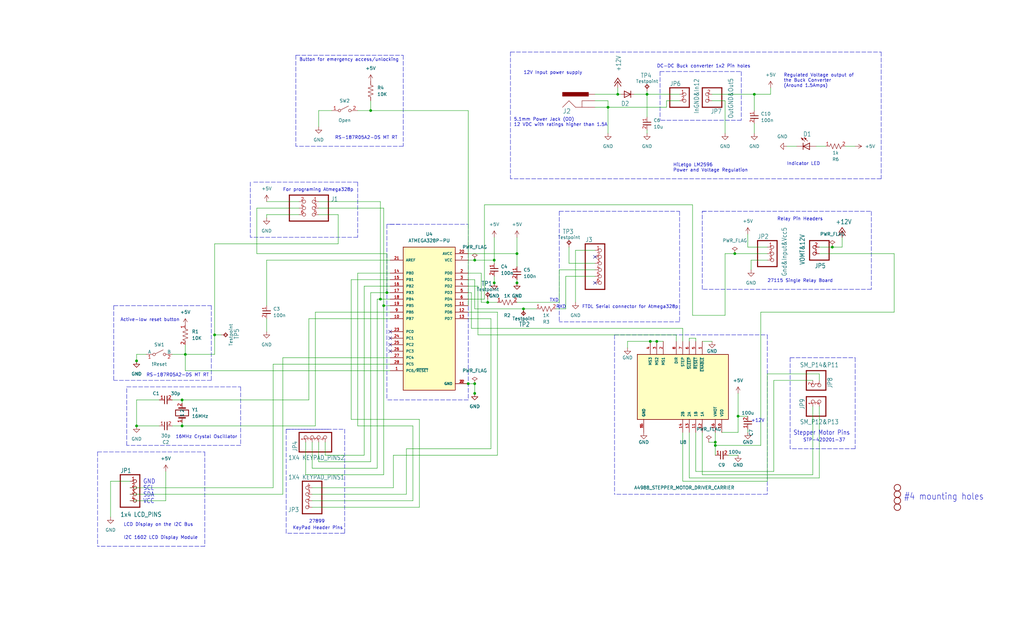
<source format=kicad_sch>
(kicad_sch (version 20211123) (generator eeschema)
  (paper "User" 399.999 250.012)
  (title_block (title "Door Lock Schematic") (date "2022-11-16") (rev "2.3.1") (company "ECE 411 Team 5 Practicum"))
  (lib_symbols
    (symbol "A4988_STEPPER_MOTOR_DRIVER_CARRIER:A4988_STEPPER_MOTOR_DRIVER_CARRIER" (pin_names (offset 1.016))
      (property "Reference" "U" (at -12.7 19.05 0))
      (property "Value" "A4988_STEPPER_MOTOR_DRIVER_CARRIER" (at -12.7 -21.59 0))
      (symbol "A4988_STEPPER_MOTOR_DRIVER_CARRIER_0_0"
        (pin input line (at -17.78 7.62 0) (length 5.08) (name "~{ENABLE}") (number "1"))
        (pin power_in line (at 17.78 15.24 180) (length 5.08) (name "VDD") (number "10"))
        (pin output line (at 17.78 5.08 180) (length 5.08) (name "1B") (number "11"))
        (pin output line (at 17.78 7.62 180) (length 5.08) (name "1A") (number "12"))
        (pin output line (at 17.78 2.54 180) (length 5.08) (name "2A") (number "13"))
        (pin output line (at 17.78 0 180) (length 5.08) (name "2B") (number "14"))
        (pin power_in line (at 17.78 -15.24 180) (length 5.08) (name "GND") (number "15"))
        (pin power_in line (at 17.78 12.7 180) (length 5.08) (name "VMOT") (number "16"))
        (pin input line (at -17.78 -7.62 0) (length 5.08) (name "MS1") (number "2"))
        (pin input line (at -17.78 -10.16 0) (length 5.08) (name "MS2") (number "3"))
        (pin input line (at -17.78 -12.7 0) (length 5.08) (name "MS3") (number "4"))
        (pin input line (at -17.78 5.08 0) (length 5.08) (name "~{RESET}") (number "5"))
        (pin input line (at -17.78 2.54 0) (length 5.08) (name "~{SLEEP}") (number "6"))
        (pin input line (at -17.78 0 0) (length 5.08) (name "STEP") (number "7"))
        (pin input line (at -17.78 -2.54 0) (length 5.08) (name "DIR") (number "8"))
        (pin power_in line (at 17.78 -15.24 180) (length 5.08) (name "GND") (number "9"))
      )
    )
    (symbol "ATMEGA328P-PU:ATMEGA328P-PU" (pin_names (offset 1.016))
      (property "Reference" "U" (at -10.16 28.9814 0))
      (property "Value" "ATMEGA328P-PU" (at -10.16 -31.5214 0))
      (symbol "ATMEGA328P-PU_0_0"
        (pin bidirectional line (at -15.24 -20.32 0) (length 5.08) (name "PC6/~{RESET}") (number "1"))
        (pin bidirectional line (at -15.24 0 0) (length 5.08) (name "PB7") (number "10"))
        (pin bidirectional line (at 15.24 5.08 180) (length 5.08) (name "PD5") (number "11"))
        (pin bidirectional line (at 15.24 2.54 180) (length 5.08) (name "PD6") (number "12"))
        (pin bidirectional line (at 15.24 0 180) (length 5.08) (name "PD7") (number "13"))
        (pin bidirectional line (at -15.24 17.78 0) (length 5.08) (name "PB0") (number "14"))
        (pin bidirectional line (at -15.24 15.24 0) (length 5.08) (name "PB1") (number "15"))
        (pin bidirectional line (at -15.24 12.7 0) (length 5.08) (name "PB2") (number "16"))
        (pin bidirectional line (at -15.24 10.16 0) (length 5.08) (name "PB3") (number "17"))
        (pin bidirectional line (at -15.24 7.62 0) (length 5.08) (name "PB4") (number "18"))
        (pin bidirectional line (at -15.24 5.08 0) (length 5.08) (name "PB5") (number "19"))
        (pin bidirectional line (at 15.24 17.78 180) (length 5.08) (name "PD0") (number "2"))
        (pin power_in line (at 15.24 25.4 180) (length 5.08) (name "AVCC") (number "20"))
        (pin input line (at -15.24 22.86 0) (length 5.08) (name "AREF") (number "21"))
        (pin power_in line (at 15.24 -25.4 180) (length 5.08) (name "GND") (number "22"))
        (pin bidirectional line (at -15.24 -5.08 0) (length 5.08) (name "PC0") (number "23"))
        (pin bidirectional line (at -15.24 -7.62 0) (length 5.08) (name "PC1") (number "24"))
        (pin bidirectional line (at -15.24 -10.16 0) (length 5.08) (name "PC2") (number "25"))
        (pin bidirectional line (at -15.24 -12.7 0) (length 5.08) (name "PC3") (number "26"))
        (pin bidirectional line (at -15.24 -15.24 0) (length 5.08) (name "PC4") (number "27"))
        (pin bidirectional line (at -15.24 -17.78 0) (length 5.08) (name "PC5") (number "28"))
        (pin bidirectional line (at 15.24 15.24 180) (length 5.08) (name "PD1") (number "3"))
        (pin bidirectional line (at 15.24 12.7 180) (length 5.08) (name "PD2") (number "4"))
        (pin bidirectional line (at 15.24 10.16 180) (length 5.08) (name "PD3") (number "5"))
        (pin bidirectional line (at 15.24 7.62 180) (length 5.08) (name "PD4") (number "6"))
        (pin power_in line (at 15.24 22.86 180) (length 5.08) (name "VCC") (number "7"))
        (pin power_in line (at 15.24 -25.4 180) (length 5.08) (name "GND") (number "8"))
        (pin bidirectional line (at -15.24 2.54 0) (length 5.08) (name "PB6") (number "9"))
      )
    )
    (symbol "C_Small_1" (pin_names (offset 0.254))
      (property "Reference" "C" (at 0.254 1.778 0))
      (property "Value" "C_Small_1" (at 0.254 -2.032 0))
      (symbol "C_Small_1_1_1"
        (pin passive line (at 0 2.54 270) (length 2.032) (name "~") (number "1"))
        (pin passive line (at 0 -2.54 90) (length 2.032) (name "~") (number "2"))
      )
    )
    (symbol "C_Small_2" (pin_names (offset 0.254))
      (property "Reference" "C" (at 0.254 1.778 0))
      (property "Value" "C_Small_2" (at 0.254 -2.032 0))
      (symbol "C_Small_2_1_1"
        (pin passive line (at 0 2.54 270) (length 2.032) (name "~") (number "1"))
        (pin passive line (at 0 -2.54 90) (length 2.032) (name "~") (number "2"))
      )
    )
    (symbol "C_Small_3" (pin_names (offset 0.254))
      (property "Reference" "C" (at 0.254 1.778 0))
      (property "Value" "C_Small_3" (at 0.254 -2.032 0))
      (symbol "C_Small_3_1_1"
        (pin passive line (at 0 2.54 270) (length 2.032) (name "~") (number "1"))
        (pin passive line (at 0 -2.54 90) (length 2.032) (name "~") (number "2"))
      )
    )
    (symbol "C_Small_4" (pin_names (offset 0.254))
      (property "Reference" "C" (at 0.254 1.778 0))
      (property "Value" "C_Small_4" (at 0.254 -2.032 0))
      (symbol "C_Small_4_1_1"
        (pin passive line (at 0 2.54 270) (length 2.032) (name "~") (number "1"))
        (pin passive line (at 0 -2.54 90) (length 2.032) (name "~") (number "2"))
      )
    )
    (symbol "C_Small_5" (pin_names (offset 0.254))
      (property "Reference" "C" (at 0.254 1.778 0))
      (property "Value" "C_Small_5" (at 0.254 -2.032 0))
      (symbol "C_Small_5_1_1"
        (pin passive line (at 0 2.54 270) (length 2.032) (name "~") (number "1"))
        (pin passive line (at 0 -2.54 90) (length 2.032) (name "~") (number "2"))
      )
    )
    (symbol "C_Small_6" (pin_names (offset 0.254))
      (property "Reference" "C" (at 0.254 1.778 0))
      (property "Value" "C_Small_6" (at 0.254 -2.032 0))
      (symbol "C_Small_6_1_1"
        (pin passive line (at 0 2.54 270) (length 2.032) (name "~") (number "1"))
        (pin passive line (at 0 -2.54 90) (length 2.032) (name "~") (number "2"))
      )
    )
    (symbol "C_Small_7" (pin_names (offset 0.254))
      (property "Reference" "C" (at 0.254 1.778 0))
      (property "Value" "C_Small_7" (at 0.254 -2.032 0))
      (symbol "C_Small_7_1_1"
        (pin passive line (at 0 2.54 270) (length 2.032) (name "~") (number "1"))
        (pin passive line (at 0 -2.54 90) (length 2.032) (name "~") (number "2"))
      )
    )
    (symbol "C_Small_8" (pin_names (offset 0.254))
      (property "Reference" "C" (at 0.254 1.778 0))
      (property "Value" "C_Small_8" (at 0.254 -2.032 0))
      (symbol "C_Small_8_1_1"
        (pin passive line (at 0 2.54 270) (length 2.032) (name "~") (number "1"))
        (pin passive line (at 0 -2.54 90) (length 2.032) (name "~") (number "2"))
      )
    )
    (symbol "Device:C_Small" (pin_names (offset 0.254))
      (property "Reference" "C" (at 0.254 1.778 0))
      (property "Value" "C_Small" (at 0.254 -2.032 0))
      (symbol "C_Small_1_1"
        (pin passive line (at 0 2.54 270) (length 2.032) (name "~") (number "1"))
        (pin passive line (at 0 -2.54 90) (length 2.032) (name "~") (number "2"))
      )
    )
    (symbol "Device:Crystal" (pin_names (offset 1.016))
      (property "Reference" "Y" (at 0 3.81 0))
      (property "Value" "Crystal" (at 0 -3.81 0))
      (symbol "Crystal_1_1"
        (pin passive line (at -3.81 0 0) (length 1.27) (name "1") (number "1"))
        (pin passive line (at 3.81 0 180) (length 1.27) (name "2") (number "2"))
      )
    )
    (symbol "Device:R_US" (pin_numbers hide) (pin_names (offset 0))
      (property "Reference" "R" (at 2.54 0 90))
      (property "Value" "R_US" (at -2.54 0 90))
      (symbol "R_US_1_1"
        (pin passive line (at 0 3.81 270) (length 1.27) (name "~") (number "1"))
        (pin passive line (at 0 -3.81 90) (length 1.27) (name "~") (number "2"))
      )
    )
    (symbol "Keyless_Door-eagle-import:+12V" (power)
      (property "Value" "+12V" (at -2.54 -5.08 90))
      (symbol "+12V_1_0"
        (pin power_in line (at 0 -2.54 90) (length 2.54) (name "+12V") (number "1"))
      )
    )
    (symbol "Keyless_Door-eagle-import:DIODE-SMB"
      (property "Reference" "D" (at 2.54 0.4826 0))
      (property "Value" "DIODE-SMB" (at 2.54 -2.3114 0))
      (symbol "DIODE-SMB_1_0"
        (pin passive line (at -2.54 0 0) (length 2.54) (name "A") (number "A"))
        (pin passive line (at 2.54 0 180) (length 2.54) (name "C") (number "C"))
      )
    )
    (symbol "Keyless_Door-eagle-import:LEDCHIP-LED0805"
      (property "Reference" "LED" (at 3.556 -4.572 90))
      (property "Value" "LEDCHIP-LED0805" (at 5.715 -4.572 90))
      (symbol "LEDCHIP-LED0805_1_0"
        (pin passive line (at 0 2.54 270) (length 2.54) (name "A") (number "A"))
        (pin passive line (at 0 -5.08 90) (length 2.54) (name "C") (number "C"))
      )
    )
    (symbol "Keyless_Door-eagle-import:PINHD-1X2"
      (property "Reference" "JP" (at -6.35 5.715 0))
      (property "Value" "PINHD-1X2" (at -6.35 -5.08 0))
      (symbol "PINHD-1X2_1_0"
        (pin passive inverted (at -2.54 2.54 0) (length 2.54) (name "1") (number "1"))
        (pin passive inverted (at -2.54 0 0) (length 2.54) (name "2") (number "2"))
      )
    )
    (symbol "Keyless_Door-eagle-import:PINHD-1X3"
      (property "Reference" "JP" (at -6.35 5.715 0))
      (property "Value" "PINHD-1X3" (at -6.35 -7.62 0))
      (symbol "PINHD-1X3_1_0"
        (pin passive inverted (at -2.54 2.54 0) (length 2.54) (name "1") (number "1"))
        (pin passive inverted (at -2.54 0 0) (length 2.54) (name "2") (number "2"))
        (pin passive inverted (at -2.54 -2.54 0) (length 2.54) (name "3") (number "3"))
      )
    )
    (symbol "Keyless_Door-eagle-import:PINHD-1X4"
      (property "Reference" "JP" (at -6.35 8.255 0))
      (property "Value" "PINHD-1X4" (at -6.35 -7.62 0))
      (symbol "PINHD-1X4_1_0"
        (pin passive inverted (at -2.54 5.08 0) (length 2.54) (name "1") (number "1"))
        (pin passive inverted (at -2.54 2.54 0) (length 2.54) (name "2") (number "2"))
        (pin passive inverted (at -2.54 0 0) (length 2.54) (name "3") (number "3"))
        (pin passive inverted (at -2.54 -2.54 0) (length 2.54) (name "4") (number "4"))
      )
    )
    (symbol "Keyless_Door-eagle-import:PINHD-1X6"
      (property "Reference" "JP" (at -6.35 10.795 0))
      (property "Value" "PINHD-1X6" (at -6.35 -10.16 0))
      (symbol "PINHD-1X6_1_0"
        (pin passive inverted (at -2.54 7.62 0) (length 2.54) (name "1") (number "1"))
        (pin passive inverted (at -2.54 5.08 0) (length 2.54) (name "2") (number "2"))
        (pin passive inverted (at -2.54 2.54 0) (length 2.54) (name "3") (number "3"))
        (pin passive inverted (at -2.54 0 0) (length 2.54) (name "4") (number "4"))
        (pin passive inverted (at -2.54 -2.54 0) (length 2.54) (name "5") (number "5"))
        (pin passive inverted (at -2.54 -5.08 0) (length 2.54) (name "6") (number "6"))
      )
    )
    (symbol "Keyless_Door-eagle-import:PINHD-2X3"
      (property "Reference" "JP" (at -6.35 5.715 0))
      (property "Value" "PINHD-2X3" (at -6.35 -7.62 0))
      (symbol "PINHD-2X3_1_0"
        (pin passive inverted (at -2.54 2.54 0) (length 2.54) (name "1") (number "1"))
        (pin passive inverted (at 5.08 2.54 180) (length 2.54) (name "2") (number "2"))
        (pin passive inverted (at -2.54 0 0) (length 2.54) (name "3") (number "3"))
        (pin passive inverted (at 5.08 0 180) (length 2.54) (name "4") (number "4"))
        (pin passive inverted (at -2.54 -2.54 0) (length 2.54) (name "5") (number "5"))
        (pin passive inverted (at 5.08 -2.54 180) (length 2.54) (name "6") (number "6"))
      )
    )
    (symbol "Keyless_Door-eagle-import:POWER_JACK"
      (property "Reference" "J" (at -10.16 0 0))
      (property "Value" "POWER_JACK" (at -10.16 10.16 0))
      (symbol "POWER_JACK_1_0"
        (pin bidirectional line (at 2.54 2.54 180) (length 2.54) (name "GND") (number "GND"))
        (pin bidirectional line (at 2.54 5.08 180) (length 2.54) (name "GNDBREAK") (number "GNDBREAK"))
        (pin bidirectional line (at 2.54 7.62 180) (length 2.54) (name "PWR") (number "PWR"))
      )
    )
    (symbol "Keyless_Door-eagle-import:STAND-OFF")
    (symbol "Keyless_Door-eagle-import:TPPAD1-13"
      (property "Reference" "TP4" (at -1.27 1.27 0))
      (symbol "TPPAD1-13_1_0"
        (pin input line (at 0 -2.54 90) (length 2.54) (name "TP") (number "TP"))
      )
    )
    (symbol "R_US_1" (pin_names (offset 0))
      (property "Reference" "R" (at 2.54 0 90))
      (property "Value" "R_US_1" (at -2.54 0 90))
      (symbol "R_US_1_1_1"
        (pin passive line (at 0 3.81 270) (length 1.27) (name "~") (number "1"))
        (pin passive line (at 0 -3.81 90) (length 1.27) (name "~") (number "2"))
      )
    )
    (symbol "R_US_2" (pin_names (offset 0))
      (property "Reference" "R" (at 2.54 0 90))
      (property "Value" "R_US_2" (at -2.54 0 90))
      (symbol "R_US_2_1_1"
        (pin passive line (at 0 3.81 270) (length 1.27) (name "~") (number "1"))
        (pin passive line (at 0 -3.81 90) (length 1.27) (name "~") (number "2"))
      )
    )
    (symbol "R_US_3" (pin_names (offset 0))
      (property "Reference" "R" (at 2.54 0 90))
      (property "Value" "R_US_3" (at -2.54 0 90))
      (symbol "R_US_3_1_1"
        (pin passive line (at 0 3.81 270) (length 1.27) (name "~") (number "1"))
        (pin passive line (at 0 -3.81 90) (length 1.27) (name "~") (number "2"))
      )
    )
    (symbol "R_US_4" (pin_names (offset 0))
      (property "Reference" "R" (at 2.54 0 90))
      (property "Value" "R_US_4" (at -2.54 0 90))
      (symbol "R_US_4_1_1"
        (pin passive line (at 0 3.81 270) (length 1.27) (name "~") (number "1"))
        (pin passive line (at 0 -3.81 90) (length 1.27) (name "~") (number "2"))
      )
    )
    (symbol "SW_SPST_1" (pin_names (offset 0))
      (property "Reference" "SW" (at 0 3.175 0))
      (property "Value" "SW_SPST_1" (at 0 -2.54 0))
      (symbol "SW_SPST_1_1_1"
        (pin passive line (at -5.08 0 0) (length 2.54) (name "A") (number "1"))
        (pin passive line (at 5.08 0 180) (length 2.54) (name "B") (number "2"))
      )
    )
    (symbol "Switch:SW_SPST" (pin_names (offset 0) hide)
      (property "Reference" "SW" (at 0 3.175 0))
      (property "Value" "SW_SPST" (at 0 -2.54 0))
      (symbol "SW_SPST_1_1"
        (pin passive line (at -5.08 0 0) (length 2.54) (name "A") (number "1"))
        (pin passive line (at 5.08 0 180) (length 2.54) (name "B") (number "2"))
      )
    )
    (symbol "power:+5V" (power) (pin_names (offset 0))
      (property "Value" "+5V" (at 0 3.556 0))
      (symbol "+5V_1_1"
        (pin power_in line (at 0 0 90) (length 0) hide (name "+5V") (number "1"))
      )
    )
    (symbol "power:GND" (power) (pin_names (offset 0))
      (property "Value" "GND" (at 0 -3.81 0))
      (symbol "GND_1_1"
        (pin power_in line (at 0 0 270) (length 0) hide (name "GND") (number "1"))
      )
    )
    (symbol "power:PWR_FLAG" (power) (pin_numbers hide) (pin_names (offset 0) hide)
      (property "Value" "PWR_FLAG" (at 0 3.81 0))
      (symbol "PWR_FLAG_0_0"
        (pin power_out line (at 0 0 90) (length 0) (name "pwr") (number "1"))
      )
    )
  )
  (junction (at 185.42 101.6))
  (junction (at 144.78 43.18))
  (junction (at 72.39 138.43))
  (junction (at 201.93 99.06))
  (junction (at 201.93 110.49))
  (junction (at 325.12 96.52))
  (junction (at 83.82 130.81))
  (junction (at 288.29 162.56))
  (junction (at 204.47 120.65))
  (junction (at 53.34 166.37))
  (junction (at 254 133.35))
  (junction (at 279.4 173.99))
  (junction (at 252.73 36.83))
  (junction (at 149.86 119.38))
  (junction (at 193.04 110.49))
  (junction (at 193.04 101.6))
  (junction (at 237.49 41.91))
  (junction (at 71.12 156.21))
  (junction (at 279.4 172.72))
  (junction (at 294.64 36.83))
  (junction (at 185.42 149.86))
  (junction (at 53.34 140.97))
  (junction (at 241.3 36.83))
  (junction (at 71.12 166.37))
  (junction (at 256.54 133.35))
  (junction (at 182.88 149.86))
  (junction (at 148.59 116.84))
  (junction (at 185.42 153.67))
  (junction (at 287.02 99.06))
  (junction (at 190.5 118.11))
  (junction (at 151.13 114.3))
  (no_connect (at 152.4 137.16))
  (no_connect (at 152.4 134.62))
  (no_connect (at 232.41 100.33))
  (no_connect (at 152.4 129.54))
  (no_connect (at 232.41 110.49))
  (no_connect (at 152.4 132.08))
  (wire (pts (xy 124.46 172.72) (xy 124.46 180.34)))
  (polyline (pts (xy 257.81 27.94) (xy 257.81 46.99)))
  (wire (pts (xy 278.13 36.83) (xy 294.64 36.83)))
  (wire (pts (xy 153.67 177.8) (xy 194.31 177.8)))
  (polyline (pts (xy 299.72 130.81) (xy 299.72 193.04)))
  (wire (pts (xy 121.92 198.12) (xy 163.83 198.12)))
  (wire (pts (xy 222.25 102.87) (xy 232.41 102.87)))
  (wire (pts (xy 104.14 78.74) (xy 116.84 78.74)))
  (wire (pts (xy 276.86 172.72) (xy 279.4 172.72)))
  (wire (pts (xy 124.46 43.18) (xy 124.46 49.53)))
  (wire (pts (xy 299.72 101.6) (xy 293.37 101.6)))
  (wire (pts (xy 163.83 198.12) (xy 163.83 163.83)))
  (wire (pts (xy 325.12 96.52) (xy 328.93 96.52)))
  (wire (pts (xy 264.16 133.35) (xy 264.16 130.81)))
  (polyline (pts (xy 340.36 82.55) (xy 340.36 113.03)))
  (wire (pts (xy 288.29 162.56) (xy 292.1 162.56)))
  (wire (pts (xy 292.1 167.64) (xy 292.1 168.91)))
  (wire (pts (xy 149.86 81.28) (xy 149.86 119.38)))
  (wire (pts (xy 119.38 185.42) (xy 119.38 172.72)))
  (wire (pts (xy 288.29 162.56) (xy 288.29 168.91)))
  (polyline (pts (xy 111.76 167.64) (xy 113.03 167.64)))
  (wire (pts (xy 158.75 175.26) (xy 191.77 175.26)))
  (wire (pts (xy 124.46 81.28) (xy 149.86 81.28)))
  (wire (pts (xy 185.42 120.65) (xy 204.47 120.65)))
  (polyline (pts (xy 299.72 193.04) (xy 240.03 193.04)))
  (polyline (pts (xy 113.03 167.64) (xy 128.27 167.64)))
  (wire (pts (xy 124.46 78.74) (xy 148.59 78.74)))
  (wire (pts (xy 182.88 116.84) (xy 189.23 116.84)))
  (wire (pts (xy 57.15 138.43) (xy 53.34 138.43)))
  (wire (pts (xy 158.75 193.04) (xy 158.75 175.26)))
  (wire (pts (xy 297.18 121.92) (xy 349.25 121.92)))
  (wire (pts (xy 83.82 95.25) (xy 83.82 130.81)))
  (wire (pts (xy 297.18 173.99) (xy 297.18 121.92)))
  (wire (pts (xy 320.04 148.59) (xy 320.04 146.05)))
  (wire (pts (xy 201.93 109.22) (xy 201.93 110.49)))
  (wire (pts (xy 147.32 116.84) (xy 148.59 116.84)))
  (wire (pts (xy 260.35 39.37) (xy 260.35 41.91)))
  (wire (pts (xy 193.04 101.6) (xy 193.04 102.87)))
  (polyline (pts (xy 182.88 87.63) (xy 182.88 156.21)))
  (polyline (pts (xy 49.53 151.13) (xy 93.98 151.13)))
  (wire (pts (xy 161.29 195.58) (xy 121.92 195.58)))
  (wire (pts (xy 62.23 156.21) (xy 53.34 156.21)))
  (wire (pts (xy 245.11 133.35) (xy 245.11 135.89)))
  (polyline (pts (xy 274.32 82.55) (xy 340.36 82.55)))
  (polyline (pts (xy 93.98 173.99) (xy 49.53 173.99)))
  (polyline (pts (xy 274.32 113.03) (xy 274.32 82.55)))
  (polyline (pts (xy 111.76 167.64) (xy 134.62 167.64)))
  (wire (pts (xy 149.86 119.38) (xy 152.4 119.38)))
  (wire (pts (xy 121.92 193.04) (xy 158.75 193.04)))
  (polyline (pts (xy 334.01 139.7) (xy 334.01 175.26)))
  (wire (pts (xy 106.68 142.24) (xy 106.68 190.5)))
  (wire (pts (xy 232.41 105.41) (xy 218.44 105.41)))
  (wire (pts (xy 100.33 81.28) (xy 116.84 81.28)))
  (wire (pts (xy 182.88 101.6) (xy 185.42 101.6)))
  (polyline (pts (xy 151.13 87.63) (xy 152.4 87.63)))
  (polyline (pts (xy 38.1 176.53) (xy 38.1 213.36)))
  (wire (pts (xy 193.04 107.95) (xy 193.04 110.49)))
  (wire (pts (xy 185.42 109.22) (xy 182.88 109.22)))
  (wire (pts (xy 182.88 99.06) (xy 201.93 99.06)))
  (wire (pts (xy 222.25 96.52) (xy 222.25 102.87)))
  (wire (pts (xy 189.23 116.84) (xy 189.23 80.01)))
  (polyline (pts (xy 182.88 156.21) (xy 151.13 156.21)))
  (wire (pts (xy 279.4 172.72) (xy 279.4 173.99)))
  (wire (pts (xy 302.26 148.59) (xy 317.5 148.59)))
  (wire (pts (xy 72.39 138.43) (xy 67.31 138.43)))
  (wire (pts (xy 330.2 57.15) (xy 334.01 57.15)))
  (wire (pts (xy 269.24 186.69) (xy 320.04 186.69)))
  (polyline (pts (xy 308.61 139.7) (xy 308.61 175.26)))
  (wire (pts (xy 317.5 185.42) (xy 317.5 158.75)))
  (polyline (pts (xy 115.57 21.59) (xy 115.57 57.15)))
  (wire (pts (xy 241.3 34.29) (xy 241.3 36.83)))
  (wire (pts (xy 152.4 144.78) (xy 72.39 144.78)))
  (wire (pts (xy 266.7 187.96) (xy 299.72 187.96)))
  (polyline (pts (xy 115.57 21.59) (xy 157.48 21.59)))
  (wire (pts (xy 72.39 144.78) (xy 72.39 138.43)))
  (polyline (pts (xy 80.01 176.53) (xy 80.01 213.36)))
  (wire (pts (xy 104.14 83.82) (xy 104.14 85.09)))
  (wire (pts (xy 152.4 109.22) (xy 137.16 109.22)))
  (wire (pts (xy 190.5 116.84) (xy 190.5 118.11)))
  (wire (pts (xy 161.29 166.37) (xy 161.29 195.58)))
  (wire (pts (xy 265.43 39.37) (xy 260.35 39.37)))
  (polyline (pts (xy 218.44 82.55) (xy 218.44 125.73)))
  (wire (pts (xy 232.41 36.83) (xy 241.3 36.83)))
  (wire (pts (xy 224.79 97.79) (xy 232.41 97.79)))
  (wire (pts (xy 204.47 120.65) (xy 209.55 120.65)))
  (wire (pts (xy 182.88 124.46) (xy 191.77 124.46)))
  (wire (pts (xy 279.4 168.91) (xy 279.4 172.72)))
  (wire (pts (xy 318.77 57.15) (xy 322.58 57.15)))
  (wire (pts (xy 187.96 118.11) (xy 187.96 106.68)))
  (polyline (pts (xy 82.55 148.59) (xy 44.45 148.59)))
  (wire (pts (xy 307.34 57.15) (xy 311.15 57.15)))
  (wire (pts (xy 127 177.8) (xy 142.24 177.8)))
  (polyline (pts (xy 274.32 82.55) (xy 275.59 82.55)))
  (wire (pts (xy 127 177.8) (xy 127 172.72)))
  (wire (pts (xy 283.21 99.06) (xy 283.21 123.19)))
  (wire (pts (xy 83.82 130.81) (xy 83.82 138.43)))
  (wire (pts (xy 142.24 111.76) (xy 152.4 111.76)))
  (wire (pts (xy 292.1 96.52) (xy 299.72 96.52)))
  (polyline (pts (xy 44.45 119.38) (xy 82.55 119.38)))
  (polyline (pts (xy 218.44 82.55) (xy 265.43 82.55)))
  (polyline (pts (xy 157.48 21.59) (xy 157.48 57.15)))
  (wire (pts (xy 132.08 95.25) (xy 83.82 95.25)))
  (wire (pts (xy 252.73 36.83) (xy 265.43 36.83)))
  (wire (pts (xy 247.65 36.83) (xy 252.73 36.83)))
  (wire (pts (xy 269.24 132.08) (xy 271.78 132.08)))
  (wire (pts (xy 237.49 39.37) (xy 237.49 41.91)))
  (wire (pts (xy 299.72 146.05) (xy 320.04 146.05)))
  (wire (pts (xy 288.29 153.67) (xy 288.29 162.56)))
  (wire (pts (xy 237.49 41.91) (xy 237.49 52.07)))
  (wire (pts (xy 139.7 106.68) (xy 152.4 106.68)))
  (wire (pts (xy 294.64 52.07) (xy 294.64 48.26)))
  (polyline (pts (xy 265.43 82.55) (xy 265.43 125.73)))
  (wire (pts (xy 279.4 173.99) (xy 279.4 177.8)))
  (wire (pts (xy 293.37 101.6) (xy 293.37 105.41)))
  (polyline (pts (xy 265.43 125.73) (xy 218.44 125.73)))
  (polyline (pts (xy 240.03 130.81) (xy 299.72 130.81)))
  (wire (pts (xy 252.73 35.56) (xy 252.73 36.83)))
  (wire (pts (xy 254 133.35) (xy 245.11 133.35)))
  (wire (pts (xy 163.83 163.83) (xy 137.16 163.83)))
  (wire (pts (xy 264.16 130.81) (xy 186.69 130.81)))
  (wire (pts (xy 121.92 190.5) (xy 153.67 190.5)))
  (wire (pts (xy 124.46 180.34) (xy 144.78 180.34)))
  (polyline (pts (xy 44.45 119.38) (xy 44.45 148.59)))
  (wire (pts (xy 187.96 106.68) (xy 182.88 106.68)))
  (wire (pts (xy 220.98 107.95) (xy 220.98 120.65)))
  (wire (pts (xy 271.78 168.91) (xy 271.78 184.15)))
  (wire (pts (xy 185.42 153.67) (xy 185.42 149.86)))
  (wire (pts (xy 137.16 109.22) (xy 137.16 163.83)))
  (polyline (pts (xy 257.81 27.94) (xy 289.56 27.94)))
  (wire (pts (xy 252.73 36.83) (xy 252.73 45.72)))
  (wire (pts (xy 161.29 166.37) (xy 139.7 166.37)))
  (wire (pts (xy 274.32 133.35) (xy 278.13 133.35)))
  (wire (pts (xy 186.69 111.76) (xy 182.88 111.76)))
  (wire (pts (xy 185.42 101.6) (xy 193.04 101.6)))
  (polyline (pts (xy 82.55 119.38) (xy 82.55 148.59)))
  (wire (pts (xy 123.19 121.92) (xy 123.19 166.37)))
  (polyline (pts (xy 340.36 113.03) (xy 274.32 113.03)))
  (wire (pts (xy 274.32 185.42) (xy 317.5 185.42)))
  (wire (pts (xy 274.32 168.91) (xy 274.32 185.42)))
  (polyline (pts (xy 240.03 130.81) (xy 240.03 193.04)))
  (wire (pts (xy 106.68 142.24) (xy 152.4 142.24)))
  (polyline (pts (xy 38.1 176.53) (xy 80.01 176.53)))
  (polyline (pts (xy 157.48 57.15) (xy 115.57 57.15)))
  (wire (pts (xy 189.23 80.01) (xy 270.51 80.01)))
  (polyline (pts (xy 93.98 151.13) (xy 93.98 173.99)))
  (wire (pts (xy 299.72 187.96) (xy 299.72 146.05)))
  (wire (pts (xy 266.7 133.35) (xy 266.7 128.27)))
  (polyline (pts (xy 151.13 87.63) (xy 151.13 156.21)))
  (wire (pts (xy 297.18 173.99) (xy 279.4 173.99)))
  (wire (pts (xy 72.39 134.62) (xy 72.39 138.43)))
  (wire (pts (xy 119.38 185.42) (xy 149.86 185.42)))
  (wire (pts (xy 194.31 118.11) (xy 190.5 118.11)))
  (polyline (pts (xy 134.62 208.28) (xy 111.76 208.28)))
  (wire (pts (xy 67.31 156.21) (xy 71.12 156.21)))
  (wire (pts (xy 100.33 81.28) (xy 100.33 99.06)))
  (wire (pts (xy 349.25 99.06) (xy 349.25 121.92)))
  (polyline (pts (xy 199.39 20.32) (xy 199.39 69.85)))
  (wire (pts (xy 104.14 101.6) (xy 104.14 119.38)))
  (wire (pts (xy 194.31 177.8) (xy 194.31 121.92)))
  (wire (pts (xy 151.13 99.06) (xy 151.13 114.3)))
  (wire (pts (xy 224.79 97.79) (xy 224.79 118.11)))
  (wire (pts (xy 292.1 91.44) (xy 292.1 96.52)))
  (wire (pts (xy 147.32 182.88) (xy 147.32 116.84)))
  (polyline (pts (xy 99.06 71.12) (xy 139.7 71.12)))
  (wire (pts (xy 191.77 175.26) (xy 191.77 124.46)))
  (wire (pts (xy 201.93 118.11) (xy 218.44 118.11)))
  (wire (pts (xy 283.21 99.06) (xy 287.02 99.06)))
  (wire (pts (xy 193.04 92.71) (xy 193.04 101.6)))
  (wire (pts (xy 148.59 78.74) (xy 148.59 116.84)))
  (wire (pts (xy 300.99 36.83) (xy 294.64 36.83)))
  (wire (pts (xy 302.26 184.15) (xy 302.26 148.59)))
  (wire (pts (xy 232.41 39.37) (xy 237.49 39.37)))
  (wire (pts (xy 182.88 149.86) (xy 180.34 149.86)))
  (wire (pts (xy 328.93 92.71) (xy 328.93 96.52)))
  (wire (pts (xy 288.29 168.91) (xy 281.94 168.91)))
  (polyline (pts (xy 199.39 20.32) (xy 344.17 20.32)))
  (wire (pts (xy 182.88 43.18) (xy 144.78 43.18)))
  (polyline (pts (xy 80.01 213.36) (xy 38.1 213.36)))
  (wire (pts (xy 300.99 34.29) (xy 300.99 36.83)))
  (wire (pts (xy 201.93 99.06) (xy 201.93 104.14)))
  (wire (pts (xy 139.7 166.37) (xy 139.7 106.68)))
  (wire (pts (xy 124.46 43.18) (xy 129.54 43.18)))
  (wire (pts (xy 152.4 121.92) (xy 123.19 121.92)))
  (wire (pts (xy 53.34 166.37) (xy 62.23 166.37)))
  (wire (pts (xy 252.73 52.07) (xy 252.73 50.8)))
  (wire (pts (xy 144.78 43.18) (xy 139.7 43.18)))
  (polyline (pts (xy 152.4 87.63) (xy 156.21 87.63)))
  (wire (pts (xy 190.5 118.11) (xy 187.96 118.11)))
  (wire (pts (xy 104.14 83.82) (xy 116.84 83.82)))
  (wire (pts (xy 184.15 114.3) (xy 182.88 114.3)))
  (wire (pts (xy 123.19 166.37) (xy 71.12 166.37)))
  (wire (pts (xy 184.15 128.27) (xy 184.15 114.3)))
  (wire (pts (xy 110.49 193.04) (xy 110.49 139.7)))
  (polyline (pts (xy 49.53 173.99) (xy 49.53 151.13)))
  (wire (pts (xy 50.8 190.5) (xy 106.68 190.5)))
  (wire (pts (xy 270.51 123.19) (xy 283.21 123.19)))
  (polyline (pts (xy 344.17 69.85) (xy 199.39 69.85)))
  (wire (pts (xy 64.77 184.15) (xy 64.77 195.58)))
  (wire (pts (xy 184.15 128.27) (xy 266.7 128.27)))
  (wire (pts (xy 144.78 39.37) (xy 144.78 43.18)))
  (wire (pts (xy 71.12 165.1) (xy 71.12 166.37)))
  (wire (pts (xy 86.36 130.81) (xy 83.82 130.81)))
  (wire (pts (xy 152.4 101.6) (xy 104.14 101.6)))
  (wire (pts (xy 194.31 121.92) (xy 182.88 121.92)))
  (wire (pts (xy 67.31 166.37) (xy 71.12 166.37)))
  (wire (pts (xy 232.41 41.91) (xy 237.49 41.91)))
  (wire (pts (xy 220.98 120.65) (xy 217.17 120.65)))
  (wire (pts (xy 53.34 156.21) (xy 53.34 166.37)))
  (wire (pts (xy 186.69 130.81) (xy 186.69 111.76)))
  (wire (pts (xy 151.13 114.3) (xy 152.4 114.3)))
  (wire (pts (xy 121.92 182.88) (xy 147.32 182.88)))
  (polyline (pts (xy 152.4 87.63) (xy 182.88 87.63)))
  (wire (pts (xy 241.3 36.83) (xy 242.57 36.83)))
  (wire (pts (xy 153.67 190.5) (xy 153.67 177.8)))
  (wire (pts (xy 266.7 168.91) (xy 266.7 187.96)))
  (polyline (pts (xy 289.56 46.99) (xy 257.81 46.99)))
  (wire (pts (xy 320.04 186.69) (xy 320.04 158.75)))
  (wire (pts (xy 53.34 138.43) (xy 53.34 140.97)))
  (wire (pts (xy 121.92 182.88) (xy 121.92 172.72)))
  (wire (pts (xy 283.21 39.37) (xy 283.21 52.07)))
  (wire (pts (xy 218.44 105.41) (xy 218.44 118.11)))
  (wire (pts (xy 232.41 107.95) (xy 220.98 107.95)))
  (wire (pts (xy 152.4 124.46) (xy 120.65 124.46)))
  (wire (pts (xy 71.12 156.21) (xy 120.65 156.21)))
  (polyline (pts (xy 308.61 139.7) (xy 334.01 139.7)))
  (wire (pts (xy 237.49 41.91) (xy 260.35 41.91)))
  (wire (pts (xy 269.24 133.35) (xy 269.24 132.08)))
  (wire (pts (xy 269.24 186.69) (xy 269.24 168.91)))
  (polyline (pts (xy 111.76 208.28) (xy 111.76 167.64)))
  (wire (pts (xy 83.82 138.43) (xy 72.39 138.43)))
  (polyline (pts (xy 139.7 92.71) (xy 97.79 92.71)))
  (wire (pts (xy 132.08 83.82) (xy 132.08 95.25)))
  (wire (pts (xy 185.42 149.86) (xy 182.88 149.86)))
  (wire (pts (xy 201.93 92.71) (xy 201.93 99.06)))
  (wire (pts (xy 124.46 83.82) (xy 132.08 83.82)))
  (wire (pts (xy 149.86 185.42) (xy 149.86 119.38)))
  (wire (pts (xy 256.54 133.35) (xy 254 133.35)))
  (wire (pts (xy 284.48 177.8) (xy 288.29 177.8)))
  (wire (pts (xy 144.78 114.3) (xy 151.13 114.3)))
  (wire (pts (xy 142.24 177.8) (xy 142.24 111.76)))
  (wire (pts (xy 50.8 193.04) (xy 110.49 193.04)))
  (polyline (pts (xy 97.79 71.12) (xy 97.79 92.71)))
  (polyline (pts (xy 344.17 20.32) (xy 344.17 69.85)))
  (wire (pts (xy 104.14 124.46) (xy 104.14 129.54)))
  (wire (pts (xy 144.78 180.34) (xy 144.78 114.3)))
  (polyline (pts (xy 289.56 27.94) (xy 289.56 46.99)))
  (wire (pts (xy 271.78 184.15) (xy 302.26 184.15)))
  (wire (pts (xy 50.8 195.58) (xy 64.77 195.58)))
  (wire (pts (xy 294.64 36.83) (xy 294.64 43.18)))
  (wire (pts (xy 271.78 132.08) (xy 271.78 133.35)))
  (wire (pts (xy 182.88 43.18) (xy 182.88 119.38)))
  (wire (pts (xy 185.42 120.65) (xy 185.42 109.22)))
  (wire (pts (xy 287.02 99.06) (xy 299.72 99.06)))
  (polyline (pts (xy 139.7 71.12) (xy 139.7 92.71)))
  (wire (pts (xy 100.33 99.06) (xy 151.13 99.06)))
  (wire (pts (xy 148.59 116.84) (xy 152.4 116.84)))
  (polyline (pts (xy 334.01 175.26) (xy 308.61 175.26)))
  (wire (pts (xy 110.49 139.7) (xy 152.4 139.7)))
  (polyline (pts (xy 134.62 167.64) (xy 134.62 208.28)))
  (wire (pts (xy 320.04 96.52) (xy 325.12 96.52)))
  (wire (pts (xy 270.51 80.01) (xy 270.51 123.19)))
  (wire (pts (xy 71.12 156.21) (xy 71.12 157.48)))
  (wire (pts (xy 120.65 124.46) (xy 120.65 156.21)))
  (wire (pts (xy 320.04 99.06) (xy 349.25 99.06)))
  (wire (pts (xy 43.18 187.96) (xy 50.8 187.96)))
  (wire (pts (xy 259.08 133.35) (xy 256.54 133.35)))
  (wire (pts (xy 43.18 187.96) (xy 43.18 201.93)))
  (wire (pts (xy 278.13 39.37) (xy 283.21 39.37)))
  (text "SCL" (at 55.88 191.77 180) (effects (font (size 1.778 1.5113)) (justify left bottom)))
  (text "#4 mounting holes" (at 353.06 195.58 180) (effects (font (size 2.54 2.159)) (justify left bottom)))
  (text "12V Input power supply\n" (at 204.47 29.21 0) (effects (font (size 1.27 1.27)) (justify left bottom)))
  (text "DC-DC Buck converter 1x2 Pin holes" (at 256.54 26.67 0) (effects (font (size 1.27 1.27)) (justify left bottom)))
  (text "KeyPad Header Pins" (at 114.3 207.01 0) (effects (font (size 1.27 1.27)) (justify left bottom)))
  (text "FTDL Serial connector for Atmega328p\n" (at 227.33 120.65 0) (effects (font (size 1.27 1.27)) (justify left bottom)))
  (text "Relay Pin Headers\n" (at 303.53 86.36 0) (effects (font (size 1.27 1.27)) (justify left bottom)))
  (text "STP-42D201-37" (at 313.69 172.72 0) (effects (font (size 1.27 1.27)) (justify left bottom)))
  (text "LCD Display on the I2C Bus\n" (at 48.26 205.74 0) (effects (font (size 1.27 1.27)) (justify left bottom)))
  (text "RXD\n" (at 217.17 120.65 0) (effects (font (size 1.27 1.27)) (justify left bottom)))
  (text "HiLetgo LM2596\nPower and Voltage Regulation\n" (at 262.89 67.31 0) (effects (font (size 1.27 1.27)) (justify left bottom)))
  (text "27899" (at 120.65 204.47 0) (effects (font (size 1.27 1.27)) (justify left bottom)))
  (text "Button for emergency access/unlocking\n" (at 116.84 24.13 0) (effects (font (size 1.27 1.27)) (justify left bottom)))
  (text "Stepper Motor Pins" (at 309.88 170.18 180) (effects (font (size 1.778 1.5113)) (justify left bottom)))
  (text "For programing Atmega328p\n" (at 110.49 74.93 0) (effects (font (size 1.27 1.27)) (justify left bottom)))
  (text "5.1mm Power Jack (OD) \n12 VDC with ratings higher than 1.5A\n" (at 200.66 49.53 0) (effects (font (size 1.27 1.27)) (justify left bottom)))
  (text "Active-low reset button" (at 46.99 125.73 0) (effects (font (size 1.27 1.27)) (justify left bottom)))
  (text "+12V" (at 293.37 165.1 0) (effects (font (size 1.27 1.27)) (justify left bottom)))
  (text "VCC" (at 55.88 196.85 180) (effects (font (size 1.778 1.5113)) (justify left bottom)))
  (text "Regulated Voltage output of\nthe Buck Converter\n(Around 1.5Amps)\n" (at 306.07 34.29 0) (effects (font (size 1.27 1.27)) (justify left bottom)))
  (text "27115 Single Relay Board\n" (at 299.72 110.49 0) (effects (font (size 1.27 1.27)) (justify left bottom)))
  (text "TXD\n" (at 214.63 118.11 0) (effects (font (size 1.27 1.27)) (justify left bottom)))
  (text "I2C 1602 LCD Display Module" (at 48.26 210.82 0) (effects (font (size 1.27 1.27)) (justify left bottom)))
  (text "Indicator LED" (at 307.34 64.77 0) (effects (font (size 1.27 1.27)) (justify left bottom)))
  (text "GND" (at 55.88 189.23 180) (effects (font (size 1.778 1.5113)) (justify left bottom)))
  (text "RS-187R05A2-DS MT RT" (at 57.15 147.32 0) (effects (font (size 1.27 1.27)) (justify left bottom)))
  (text "RS-187R05A2-DS MT RT" (at 130.81 54.61 0) (effects (font (size 1.27 1.27)) (justify left bottom)))
  (text "SDA" (at 55.88 194.31 180) (effects (font (size 1.778 1.5113)) (justify left bottom)))
  (text "16MHz Crystal Oscillator" (at 68.58 171.45 0) (effects (font (size 1.27 1.27)) (justify left bottom)))
  (symbol (lib_id "Device:C_Small") (at 252.73 48.26 0) (unit 1)
    (property "Reference" "C6" (at 255.27 46.9962 0) (effects (justify left)))
    (property "Value" "10u" (at 255.27 49.53 0) (effects (justify left)))
    (property "Footprint" "Keyless_Door:C0805K" (effects hide))
  )
  (symbol (lib_name "C_Small_7") (lib_id "Device:C_Small") (at 292.1 165.1 180) (unit 1)
    (property "Reference" "C7" (at 293.37 167.64 90) (effects (justify left)))
    (property "Value" "100u" (at 294.64 161.29 0) (effects (justify left)))
    (property "Footprint" "Keyless_Door:C0805K" (effects hide))
  )
  (symbol (lib_id "Device:R_US") (at 144.78 35.56 0) (unit 1)
    (property "Reference" "R4" (at 147.32 34.2899 0) (effects (justify left)))
    (property "Value" "10K" (at 147.32 36.8299 0) (effects (justify left)))
    (property "Footprint" "Keyless_Door:R0805" (effects hide))
  )
  (symbol (lib_id "Keyless_Door-eagle-import:PINHD-1X2") (at 317.5 151.13 270) (unit 1)
    (property "Reference" "JP8" (at 323.215 147.32 0) (effects (font (size 1.778 1.5113)) (justify left bottom)))
    (property "Value" "SM_P14&P11" (at 312.42 143.51 90) (effects (font (size 1.778 1.5113)) (justify left bottom)))
    (property "Footprint" "Keyless_Door:1X02" (effects hide))
  )
  (symbol (lib_id "Keyless_Door-eagle-import:PINHD-1X4") (at 124.46 170.18 90) (unit 1)
    (property "Reference" "JP4" (at 116.205 176.53 0) (effects (font (size 1.778 1.5113)) (justify left bottom)))
    (property "Value" "1X4 KEYPAD_PINS2" (at 134.62 177.8 90) (effects (font (size 1.778 1.5113)) (justify left bottom)))
    (property "Footprint" "Keyless_Door:1X04" (effects hide))
  )
  (symbol (lib_id "power:GND") (at 288.29 177.8 0) (unit 1)
    (property "Reference" "#PWR0110" (effects hide))
    (property "Value" "GND" (at 288.29 181.61 0))
  )
  (symbol (lib_id "power:GND") (at 104.14 85.09 0) (mirror y) (unit 1)
    (property "Reference" "#PWR0127" (effects hide))
    (property "Value" "GND" (at 104.14 90.17 0))
  )
  (symbol (lib_name "R_US_4") (lib_id "Device:R_US") (at 326.39 57.15 90) (unit 1)
    (property "Reference" "R6" (at 326.39 62.23 90))
    (property "Value" "1k" (at 326.39 59.69 90))
    (property "Footprint" "Keyless_Door:R0805" (effects hide))
  )
  (symbol (lib_id "power:PWR_FLAG") (at 276.86 172.72 0) (unit 1)
    (property "Reference" "#FLG0101" (effects hide))
    (property "Value" "PWR_FLAG" (at 276.86 167.64 0))
  )
  (symbol (lib_id "Keyless_Door-eagle-import:TPPAD1-13") (at 190.5 114.3 0) (unit 1)
    (property "Reference" "TP1" (at 187.96 111.76 0) (effects (font (size 1.778 1.5113)) (justify left bottom)))
    (property "Value" "Testpoint" (at 190.5 113.03 0))
    (property "Footprint" "Keyless_Door:P1-13" (effects hide))
  )
  (symbol (lib_id "power:GND") (at 185.42 153.67 0) (unit 1)
    (property "Reference" "#PWR0132" (effects hide))
    (property "Value" "GND" (at 185.42 158.75 0))
  )
  (symbol (lib_name "C_Small_2") (lib_id "Device:C_Small") (at 201.93 106.68 0) (unit 1)
    (property "Reference" "C5" (at 204.47 105.4162 0) (effects (justify left)))
    (property "Value" "100n" (at 204.47 107.95 0) (effects (justify left)))
    (property "Footprint" "Keyless_Door:C0805K" (effects hide))
  )
  (symbol (lib_id "Keyless_Door-eagle-import:PINHD-1X2") (at 320.04 156.21 90) (unit 1)
    (property "Reference" "JP9" (at 314.325 160.02 0) (effects (font (size 1.778 1.5113)) (justify left bottom)))
    (property "Value" "SM_P12&P13" (at 327.66 163.83 90) (effects (font (size 1.778 1.5113)) (justify left bottom)))
    (property "Footprint" "Keyless_Door:1X02" (effects hide))
  )
  (symbol (lib_id "Keyless_Door-eagle-import:PINHD-1X4") (at 119.38 193.04 180) (unit 1)
    (property "Reference" "JP3" (at 116.84 198.12 0) (effects (font (size 1.778 1.5113)) (justify left bottom)))
    (property "Value" "1X4 KEYPAD_PINS1" (at 134.62 185.42 0) (effects (font (size 1.778 1.5113)) (justify left bottom)))
    (property "Footprint" "Keyless_Door:1X04" (effects hide))
  )
  (symbol (lib_id "power:GND") (at 237.49 52.07 0) (unit 1)
    (property "Reference" "#PWR0121" (effects hide))
    (property "Value" "GND" (at 237.49 57.15 0))
  )
  (symbol (lib_id "power:GND") (at 104.14 129.54 0) (unit 1)
    (property "Reference" "#PWR0135" (effects hide))
    (property "Value" "GND" (at 104.14 134.62 0))
  )
  (symbol (lib_name "R_US_3") (lib_id "Device:R_US") (at 72.39 130.81 0) (unit 1)
    (property "Reference" "R1" (at 74.93 129.5399 0) (effects (justify left)))
    (property "Value" "10K" (at 74.93 132.0799 0) (effects (justify left)))
    (property "Footprint" "Keyless_Door:R0805" (effects hide))
  )
  (symbol (lib_id "power:+5V") (at 144.78 31.75 0) (unit 1)
    (property "Reference" "#PWR0124" (effects hide))
    (property "Value" "+5V" (at 144.78 26.67 0))
  )
  (symbol (lib_id "Keyless_Door-eagle-import:PINHD-1X2") (at 317.5 96.52 180) (unit 1)
    (property "Reference" "JP5" (at 322.58 102.87 0) (effects (font (size 1.778 1.5113)) (justify left bottom)))
    (property "Value" "VOMT&12V" (at 312.42 91.44 90) (effects (font (size 1.778 1.5113)) (justify left bottom)))
    (property "Footprint" "Keyless_Door:1X02" (effects hide))
  )
  (symbol (lib_id "Keyless_Door-eagle-import:TPPAD1-13") (at 88.9 130.81 270) (unit 1)
    (property "Reference" "TP5" (at 91.44 128.27 0) (effects (font (size 1.778 1.5113)) (justify left bottom)))
    (property "Value" "Testpoint" (at 90.17 130.81 0))
    (property "Footprint" "Keyless_Door:P1-13" (effects hide))
  )
  (symbol (lib_id "power:GND") (at 185.42 153.67 0) (unit 1)
    (property "Reference" "#PWR0133" (effects hide))
    (property "Value" "GND" (at 185.42 158.75 0))
  )
  (symbol (lib_id "power:GND") (at 201.93 110.49 0) (unit 1)
    (property "Reference" "#PWR0103" (effects hide))
    (property "Value" "GND" (at 201.93 115.57 0))
  )
  (symbol (lib_id "Keyless_Door-eagle-import:+12V") (at 241.3 31.75 0) (unit 1)
    (property "Reference" "#P+0103" (effects hide))
    (property "Value" "+12V" (at 242.57 27.94 90) (effects (font (size 1.778 1.5113)) (justify left bottom)))
    (property "Footprint" "Keyless_Door:" (effects hide))
  )
  (symbol (lib_id "Keyless_Door-eagle-import:STAND-OFF") (at 350.52 195.58 0) (unit 1)
    (property "Reference" "H3" (effects hide))
    (property "Value" "STAND-OFF" (effects hide))
    (property "Footprint" "Keyless_Door:STAND-OFF" (effects hide))
  )
  (symbol (lib_id "power:PWR_FLAG") (at 185.42 101.6 0) (unit 1)
    (property "Reference" "#FLG0102" (effects hide))
    (property "Value" "PWR_FLAG" (at 185.42 96.52 0))
  )
  (symbol (lib_id "power:+5V") (at 292.1 91.44 0) (mirror y) (unit 1)
    (property "Reference" "#PWR0125" (effects hide))
    (property "Value" "+5V" (at 292.1 86.36 0))
  )
  (symbol (lib_id "power:+5V") (at 288.29 153.67 0) (unit 1)
    (property "Reference" "#PWR0109" (effects hide))
    (property "Value" "+5V" (at 288.29 148.59 0))
  )
  (symbol (lib_id "power:GND") (at 307.34 57.15 270) (unit 1)
    (property "Reference" "#PWR0115" (effects hide))
    (property "Value" "GND" (at 303.53 53.34 90) (effects (justify left)))
  )
  (symbol (lib_name "C_Small_3") (lib_id "Device:C_Small") (at 104.14 121.92 0) (unit 1)
    (property "Reference" "C3" (at 106.68 120.6562 0) (effects (justify left)))
    (property "Value" "100n" (at 106.68 123.1962 0) (effects (justify left)))
    (property "Footprint" "Keyless_Door:C0805K" (effects hide))
  )
  (symbol (lib_id "Keyless_Door-eagle-import:PINHD-1X3") (at 302.26 99.06 0) (unit 1)
    (property "Reference" "JP2" (at 295.91 93.345 0) (effects (font (size 1.778 1.5113)) (justify left bottom)))
    (property "Value" "Gnd&Input&Vcc5" (at 307.34 107.95 90) (effects (font (size 1.778 1.5113)) (justify left bottom)))
    (property "Footprint" "Keyless_Door:1X03" (effects hide))
  )
  (symbol (lib_id "Keyless_Door-eagle-import:TPPAD1-13") (at 204.47 123.19 180) (unit 1)
    (property "Reference" "TP2" (at 207.01 125.73 0) (effects (font (size 1.778 1.5113)) (justify left bottom)))
    (property "Value" "Testpoint" (at 204.47 124.46 0))
    (property "Footprint" "Keyless_Door:P1-13" (effects hide))
  )
  (symbol (lib_id "power:+5V") (at 300.99 34.29 0) (unit 1)
    (property "Reference" "#PWR0116" (effects hide))
    (property "Value" "+5V" (at 300.99 29.21 0))
  )
  (symbol (lib_id "Device:Crystal") (at 71.12 161.29 90) (unit 1)
    (property "Reference" "Y1" (at 74.93 160.0199 90) (effects (justify right)))
    (property "Value" "16MHz" (at 74.93 162.5599 90) (effects (justify right)))
    (property "Footprint" "Keyless_Door:HC49UP" (effects hide))
  )
  (symbol (lib_name "SW_SPST_1") (lib_id "Switch:SW_SPST") (at 62.23 138.43 0) (unit 1)
    (property "Reference" "SW1" (at 62.23 134.62 0))
    (property "Value" "!Reset" (at 62.23 142.24 0))
    (property "Footprint" "Keyless_Door:TACTILE_SWITCH_SMD" (effects hide))
  )
  (symbol (lib_id "power:PWR_FLAG") (at 287.02 99.06 0) (unit 1)
    (property "Reference" "#FLG0105" (effects hide))
    (property "Value" "PWR_FLAG" (at 287.02 93.98 0))
  )
  (symbol (lib_id "power:PWR_FLAG") (at 325.12 96.52 0) (unit 1)
    (property "Reference" "#FLG0103" (effects hide))
    (property "Value" "PWR_FLAG" (at 325.12 91.44 0))
  )
  (symbol (lib_id "power:+5V") (at 64.77 184.15 0) (unit 1)
    (property "Reference" "#PWR0112" (effects hide))
    (property "Value" "+5V" (at 64.77 179.07 0))
  )
  (symbol (lib_id "power:GND") (at 251.46 168.91 0) (unit 1)
    (property "Reference" "#PWR0108" (effects hide))
    (property "Value" "GND" (at 251.46 172.72 0))
  )
  (symbol (lib_id "Keyless_Door-eagle-import:LEDCHIP-LED0805") (at 316.23 57.15 270) (unit 1)
    (property "Reference" "D1" (at 313.69 53.34 90) (effects (font (size 1.778 1.5113)) (justify left bottom)))
    (property "Value" "LED" (at 312.42 62.23 90) (effects (font (size 1.778 1.5113)) (justify left bottom)))
    (property "Footprint" "Keyless_Door:CHIP-LED0805" (effects hide))
    (property "Value" "LED" (effects hide))
  )
  (symbol (lib_name "C_Small_1") (lib_id "Device:C_Small") (at 193.04 105.41 0) (unit 1)
    (property "Reference" "C4" (at 195.58 104.1462 0) (effects (justify left)))
    (property "Value" "100n" (at 195.58 106.6862 0) (effects (justify left)))
    (property "Footprint" "Keyless_Door:C0805K" (effects hide))
  )
  (symbol (lib_name "C_Small_8") (lib_id "Device:C_Small") (at 294.64 45.72 0) (unit 1)
    (property "Reference" "C10" (at 297.18 44.4562 0) (effects (justify left)))
    (property "Value" "100n" (at 297.18 46.99 0) (effects (justify left)))
    (property "Footprint" "Keyless_Door:C0805K" (effects hide))
  )
  (symbol (lib_id "Keyless_Door-eagle-import:PINHD-1X4") (at 53.34 193.04 0) (unit 1)
    (property "Reference" "JP1" (at 46.99 184.785 0) (effects (font (size 1.778 1.5113)) (justify left bottom)))
    (property "Value" "1x4 LCD_PINS" (at 46.99 201.93 0) (effects (font (size 1.778 1.5113)) (justify left bottom)))
    (property "Footprint" "Keyless_Door:1X04" (effects hide))
  )
  (symbol (lib_id "power:GND") (at 278.13 133.35 0) (unit 1)
    (property "Reference" "#PWR0119" (effects hide))
    (property "Value" "GND" (at 278.13 137.16 0))
  )
  (symbol (lib_id "power:GND") (at 53.34 166.37 0) (unit 1)
    (property "Reference" "#PWR0136" (effects hide))
    (property "Value" "GND" (at 53.34 171.45 0))
  )
  (symbol (lib_id "power:PWR_FLAG") (at 185.42 149.86 0) (unit 1)
    (property "Reference" "#FLG0104" (effects hide))
    (property "Value" "PWR_FLAG" (at 185.42 144.78 0))
  )
  (symbol (lib_id "power:GND") (at 53.34 140.97 0) (unit 1)
    (property "Reference" "#PWR0137" (effects hide))
    (property "Value" "GND" (at 53.34 146.05 0))
  )
  (symbol (lib_name "C_Small_4") (lib_id "Device:C_Small") (at 64.77 156.21 90) (unit 1)
    (property "Reference" "C1" (at 60.96 153.67 90))
    (property "Value" "30p" (at 68.58 153.67 90))
    (property "Footprint" "Keyless_Door:C0805K" (effects hide))
  )
  (symbol (lib_id "Keyless_Door-eagle-import:POWER_JACK") (at 229.87 44.45 0) (unit 1)
    (property "Reference" "J2" (at 219.71 44.45 0) (effects (font (size 1.778 1.778)) (justify left bottom)))
    (property "Value" "Power Jack" (at 218.44 34.29 0) (effects (font (size 1.778 1.778)) (justify left bottom)))
    (property "Footprint" "Keyless_Door:POWER_JACK_PTH" (effects hide))
    (property "Value" "Power Jack" (effects hide))
  )
  (symbol (lib_id "power:GND") (at 252.73 52.07 0) (unit 1)
    (property "Reference" "#PWR0120" (effects hide))
    (property "Value" "GND" (at 252.73 57.15 0))
  )
  (symbol (lib_id "Keyless_Door-eagle-import:PINHD-1X2") (at 275.59 36.83 180) (unit 1)
    (property "Reference" "JP7" (at 281.94 42.545 0) (effects (font (size 1.778 1.5113)) (justify left bottom)))
    (property "Value" "OutGND&Out5" (at 284.48 30.48 90) (effects (font (size 1.778 1.5113)) (justify left bottom)))
    (property "Footprint" "Keyless_Door:1X02" (effects hide))
  )
  (symbol (lib_id "Keyless_Door-eagle-import:STAND-OFF") (at 350.52 198.12 0) (unit 1)
    (property "Reference" "H4" (effects hide))
    (property "Value" "STAND-OFF" (effects hide))
    (property "Footprint" "Keyless_Door:STAND-OFF" (effects hide))
  )
  (symbol (lib_id "power:GND") (at 43.18 201.93 0) (unit 1)
    (property "Reference" "#PWR0111" (effects hide))
    (property "Value" "GND" (at 43.18 207.01 0))
  )
  (symbol (lib_id "power:+5V") (at 193.04 92.71 0) (unit 1)
    (property "Reference" "#PWR0101" (effects hide))
    (property "Value" "+5V" (at 193.04 87.63 0))
  )
  (symbol (lib_id "power:+5V") (at 104.14 78.74 0) (mirror y) (unit 1)
    (property "Reference" "#PWR0126" (effects hide))
    (property "Value" "+5V" (at 104.14 73.66 0))
  )
  (symbol (lib_name "R_US_1") (lib_id "Device:R_US") (at 198.12 118.11 90) (unit 1)
    (property "Reference" "R2" (at 198.12 123.19 90))
    (property "Value" "1K" (at 198.12 115.57 90))
    (property "Footprint" "Keyless_Door:R0805" (effects hide))
  )
  (symbol (lib_id "A4988_STEPPER_MOTOR_DRIVER_CARRIER:A4988_STEPPER_MOTOR_DRIVER_CARRIER") (at 266.7 151.13 270) (unit 1)
    (property "Reference" "U8" (at 265.43 172.72 90) (effects (justify left)))
    (property "Value" "A4988_STEPPER_MOTOR_DRIVER_CARRIER" (at 247.65 190.5 90) (effects (justify left)))
    (property "Footprint" "Keyless_Door:MODULE_A4988_STEPPER_MOTOR_DRIVER_CARRIER" (effects hide))
    (property "MF" "Pololu" (effects hide))
    (property "AVAILABILITY" "Unavailable" (effects hide))
    (property "PRICE" "None" (effects hide))
    (property "MP" "A4988 STEPPER MOTOR DRIVER CARRIER" (effects hide))
    (property "PACKAGE" "None" (effects hide))
    (property "DESCRIPTION" "Stepper motor controler; IC: A4988; 1A; Uin mot: 8÷35V" (effects hide))
  )
  (symbol (lib_id "power:GND") (at 201.93 110.49 0) (unit 1)
    (property "Reference" "#PWR0104" (effects hide))
    (property "Value" "GND" (at 201.93 115.57 0))
  )
  (symbol (lib_id "Keyless_Door-eagle-import:STAND-OFF") (at 350.52 193.04 0) (unit 1)
    (property "Reference" "H2" (effects hide))
    (property "Value" "STAND-OFF" (effects hide))
    (property "Footprint" "Keyless_Door:STAND-OFF" (effects hide))
  )
  (symbol (lib_id "Keyless_Door-eagle-import:STAND-OFF") (at 350.52 190.5 0) (unit 1)
    (property "Reference" "H1" (effects hide))
    (property "Value" "STAND-OFF" (effects hide))
    (property "Footprint" "Keyless_Door:STAND-OFF" (effects hide))
  )
  (symbol (lib_id "power:GND") (at 124.46 49.53 0) (unit 1)
    (property "Reference" "#PWR0122" (effects hide))
    (property "Value" "GND" (at 124.46 54.61 0))
  )
  (symbol (lib_name "R_US_2") (lib_id "Device:R_US") (at 213.36 120.65 90) (unit 1)
    (property "Reference" "R3" (at 213.36 125.73 90))
    (property "Value" "1K" (at 213.36 123.19 90))
    (property "Footprint" "Keyless_Door:R0805" (effects hide))
  )
  (symbol (lib_id "power:GND") (at 193.04 110.49 0) (unit 1)
    (property "Reference" "#PWR0105" (effects hide))
    (property "Value" "GND" (at 193.04 115.57 0))
  )
  (symbol (lib_id "power:GND") (at 53.34 140.97 0) (unit 1)
    (property "Reference" "#PWR0138" (effects hide))
    (property "Value" "GND" (at 53.34 146.05 0))
  )
  (symbol (lib_id "power:GND") (at 224.79 118.11 0) (unit 1)
    (property "Reference" "#PWR0123" (effects hide))
    (property "Value" "GND" (at 224.79 123.19 0))
  )
  (symbol (lib_id "Keyless_Door-eagle-import:TPPAD1-13") (at 252.73 33.02 0) (unit 1)
    (property "Reference" "TP4" (at 250.19 30.48 0) (effects (font (size 1.778 1.5113)) (justify left bottom)))
    (property "Value" "Testpoint" (at 252.73 31.75 0))
    (property "Footprint" "Keyless_Door:P1-13" (effects hide))
  )
  (symbol (lib_id "Keyless_Door-eagle-import:+12V") (at 328.93 90.17 0) (unit 1)
    (property "Reference" "#P+0102" (effects hide))
    (property "Value" "+12V" (at 326.39 87.63 0) (effects (font (size 1.778 1.5113)) (justify left bottom)))
    (property "Footprint" "Keyless_Door:" (effects hide))
  )
  (symbol (lib_id "power:+5V") (at 201.93 92.71 0) (unit 1)
    (property "Reference" "#PWR0102" (effects hide))
    (property "Value" "+5V" (at 201.93 87.63 0))
  )
  (symbol (lib_id "power:+5V") (at 334.01 57.15 270) (unit 1)
    (property "Reference" "#PWR0118" (effects hide))
    (property "Value" "+5V" (at 337.82 57.1499 90) (effects (justify left)))
  )
  (symbol (lib_id "Keyless_Door-eagle-import:PINHD-1X2") (at 267.97 39.37 0) (unit 1)
    (property "Reference" "JP6" (at 261.62 33.655 0) (effects (font (size 1.778 1.5113)) (justify left bottom)))
    (property "Value" "InGND&In12" (at 273.05 44.45 90) (effects (font (size 1.778 1.5113)) (justify left bottom)))
    (property "Footprint" "Keyless_Door:1X02" (effects hide))
  )
  (symbol (lib_id "ATMEGA328P-PU:ATMEGA328P-PU") (at 167.64 124.46 0) (unit 1)
    (property "Reference" "U4" (at 167.64 91.44 0))
    (property "Value" "ATMEGA328P-PU" (at 167.64 93.98 0))
    (property "Footprint" "Keyless_Door:DIL28-3" (effects hide))
    (property "MANUFACTURER" "Atmel" (effects hide))
  )
  (symbol (lib_id "power:GND") (at 193.04 110.49 0) (unit 1)
    (property "Reference" "#PWR0106" (effects hide))
    (property "Value" "GND" (at 193.04 115.57 0))
  )
  (symbol (lib_id "Keyless_Door-eagle-import:DIODE-SMB") (at 245.11 36.83 0) (unit 1)
    (property "Reference" "D2" (at 242.57 41.4274 0) (effects (font (size 1.778 1.5113)) (justify left bottom)))
    (property "Value" "M7" (at 242.57 44.2214 0) (effects (font (size 1.778 1.5113)) (justify left bottom)))
    (property "Footprint" "Keyless_Door:SMB" (effects hide))
    (property "Value" "M7" (effects hide))
  )
  (symbol (lib_id "power:GND") (at 245.11 135.89 0) (unit 1)
    (property "Reference" "#PWR0128" (effects hide))
    (property "Value" "GND" (at 245.11 139.7 0))
  )
  (symbol (lib_name "C_Small_5") (lib_id "Device:C_Small") (at 64.77 166.37 90) (unit 1)
    (property "Reference" "C2" (at 64.77 172.72 90))
    (property "Value" "30p" (at 64.77 170.18 90))
    (property "Footprint" "Keyless_Door:C0805K" (effects hide))
  )
  (symbol (lib_name "C_Small_6") (lib_id "Device:C_Small") (at 281.94 177.8 90) (unit 1)
    (property "Reference" "C9" (at 283.21 181.61 90) (effects (justify left)))
    (property "Value" "100u" (at 289.56 176.53 90) (effects (justify left)))
    (property "Footprint" "Keyless_Door:C0805K" (effects hide))
  )
  (symbol (lib_id "Switch:SW_SPST") (at 134.62 43.18 0) (unit 1)
    (property "Reference" "SW2" (at 134.62 39.37 0))
    (property "Value" "Open" (at 134.62 46.99 0))
    (property "Footprint" "Keyless_Door:TACTILE_SWITCH_SMD" (effects hide))
  )
  (symbol (lib_id "power:GND") (at 292.1 168.91 0) (unit 1)
    (property "Reference" "#PWR0117" (effects hide))
    (property "Value" "GND" (at 292.1 172.72 0))
  )
  (symbol (lib_id "power:GND") (at 283.21 52.07 0) (unit 1)
    (property "Reference" "#PWR0114" (effects hide))
    (property "Value" "GND" (at 283.21 57.15 0))
  )
  (symbol (lib_id "Keyless_Door-eagle-import:PINHD-2X3") (at 121.92 81.28 0) (mirror y) (unit 1)
    (property "Reference" "J1" (at 132.08 78.74 0) (effects (font (size 1.778 1.5113)) (justify left bottom)))
    (property "Value" "3x2 ICSP_PINS" (at 128.27 90.17 0) (effects (font (size 1.778 1.5113)) (justify left bottom)))
    (property "Footprint" "Keyless_Door:2X03" (effects hide))
    (property "Value" "3x2 ICSP_PINS" (effects hide))
  )
  (symbol (lib_id "Keyless_Door-eagle-import:PINHD-1X6") (at 234.95 105.41 0) (unit 1)
    (property "Reference" "J3" (at 228.6 94.615 0) (effects (font (size 1.778 1.5113)) (justify left bottom)))
    (property "Value" "1x6 FTDL_PINS" (at 227.33 116.84 0) (effects (font (size 1.778 1.5113)) (justify left bottom)))
    (property "Footprint" "Keyless_Door:1X06" (effects hide))
    (property "Value" "1x6 FTDL_PINS" (effects hide))
  )
  (symbol (lib_id "power:+5V") (at 72.39 127 0) (unit 1)
    (property "Reference" "#PWR0134" (effects hide))
    (property "Value" "+5V" (at 72.39 121.92 0))
  )
  (symbol (lib_id "power:GND") (at 294.64 52.07 0) (unit 1)
    (property "Reference" "#PWR0113" (effects hide))
    (property "Value" "GND" (at 294.64 57.15 0))
  )
  (symbol (lib_id "power:GND") (at 293.37 105.41 0) (mirror y) (unit 1)
    (property "Reference" "#PWR0107" (effects hide))
    (property "Value" "GND" (at 293.37 110.49 0))
  )
  (symbol (lib_id "Keyless_Door-eagle-import:TPPAD1-13") (at 222.25 93.98 0) (unit 1)
    (property "Reference" "TP3" (at 219.71 91.44 0) (effects (font (size 1.778 1.5113)) (justify left bottom)))
    (property "Value" "Testpoint" (at 222.25 92.71 0))
    (property "Footprint" "Keyless_Door:P1-13" (effects hide))
  )
)
</source>
